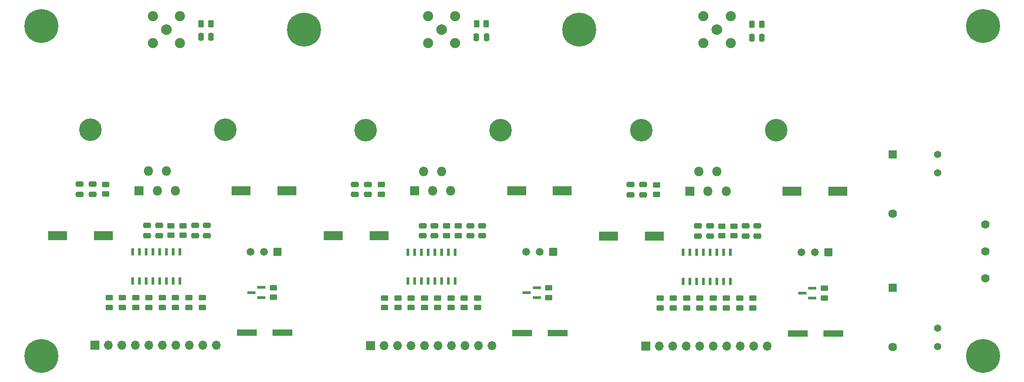
<source format=gts>
%TF.GenerationSoftware,KiCad,Pcbnew,8.0.2*%
%TF.CreationDate,2025-05-03T05:30:05-04:00*%
%TF.ProjectId,piezo_nanopositioner_v1,7069657a-6f5f-46e6-916e-6f706f736974,rev?*%
%TF.SameCoordinates,Original*%
%TF.FileFunction,Soldermask,Top*%
%TF.FilePolarity,Negative*%
%FSLAX46Y46*%
G04 Gerber Fmt 4.6, Leading zero omitted, Abs format (unit mm)*
G04 Created by KiCad (PCBNEW 8.0.2) date 2025-05-03 05:30:05*
%MOMM*%
%LPD*%
G01*
G04 APERTURE LIST*
G04 Aperture macros list*
%AMRoundRect*
0 Rectangle with rounded corners*
0 $1 Rounding radius*
0 $2 $3 $4 $5 $6 $7 $8 $9 X,Y pos of 4 corners*
0 Add a 4 corners polygon primitive as box body*
4,1,4,$2,$3,$4,$5,$6,$7,$8,$9,$2,$3,0*
0 Add four circle primitives for the rounded corners*
1,1,$1+$1,$2,$3*
1,1,$1+$1,$4,$5*
1,1,$1+$1,$6,$7*
1,1,$1+$1,$8,$9*
0 Add four rect primitives between the rounded corners*
20,1,$1+$1,$2,$3,$4,$5,0*
20,1,$1+$1,$4,$5,$6,$7,0*
20,1,$1+$1,$6,$7,$8,$9,0*
20,1,$1+$1,$8,$9,$2,$3,0*%
G04 Aperture macros list end*
%ADD10RoundRect,0.250000X0.450000X-0.262500X0.450000X0.262500X-0.450000X0.262500X-0.450000X-0.262500X0*%
%ADD11RoundRect,0.250000X0.475000X-0.250000X0.475000X0.250000X-0.475000X0.250000X-0.475000X-0.250000X0*%
%ADD12C,2.006600*%
%ADD13C,1.905000*%
%ADD14RoundRect,0.250000X-0.475000X0.250000X-0.475000X-0.250000X0.475000X-0.250000X0.475000X0.250000X0*%
%ADD15RoundRect,0.102000X0.634000X0.634000X-0.634000X0.634000X-0.634000X-0.634000X0.634000X-0.634000X0*%
%ADD16C,1.472000*%
%ADD17C,0.800000*%
%ADD18C,6.400000*%
%ADD19R,0.558800X1.447800*%
%ADD20R,1.500000X0.599999*%
%ADD21RoundRect,0.250000X-0.450000X0.262500X-0.450000X-0.262500X0.450000X-0.262500X0.450000X0.262500X0*%
%ADD22R,3.810000X1.168400*%
%ADD23R,3.606800X1.803400*%
%ADD24RoundRect,0.250000X0.250000X0.475000X-0.250000X0.475000X-0.250000X-0.475000X0.250000X-0.475000X0*%
%ADD25C,4.250000*%
%ADD26R,1.625600X1.625600*%
%ADD27C,1.625600*%
%ADD28R,1.700000X1.700000*%
%ADD29O,1.700000X1.700000*%
%ADD30C,1.371600*%
%ADD31C,1.600200*%
%ADD32RoundRect,0.250000X-0.262500X-0.450000X0.262500X-0.450000X0.262500X0.450000X-0.262500X0.450000X0*%
%ADD33R,1.800000X1.800000*%
%ADD34O,1.800000X1.800000*%
G04 APERTURE END LIST*
D10*
%TO.C,R203*%
X93020000Y-101590000D03*
X93020000Y-99765000D03*
%TD*%
D11*
%TO.C,C407*%
X188570000Y-80340000D03*
X188570000Y-78440000D03*
%TD*%
D12*
%TO.C,J402*%
X202458100Y-49190300D03*
D13*
X199905400Y-46637600D03*
X199905400Y-51743000D03*
X205010800Y-51743000D03*
X205010800Y-46637600D03*
%TD*%
D14*
%TO.C,C203*%
X95170000Y-86140000D03*
X95170000Y-88040000D03*
%TD*%
D12*
%TO.C,J202*%
X98758100Y-49190300D03*
D13*
X96205400Y-46637600D03*
X96205400Y-51743000D03*
X101310800Y-51743000D03*
X101310800Y-46637600D03*
%TD*%
D14*
%TO.C,C404*%
X207870000Y-86240000D03*
X207870000Y-88140000D03*
%TD*%
D15*
%TO.C,RV201*%
X119710000Y-91090000D03*
D16*
X117170000Y-91090000D03*
X114630000Y-91090000D03*
%TD*%
D14*
%TO.C,C403*%
X198870000Y-86240000D03*
X198870000Y-88140000D03*
%TD*%
D17*
%TO.C,H5*%
X122300000Y-49200000D03*
X123002944Y-47502944D03*
X123002944Y-50897056D03*
X124700000Y-46800000D03*
D18*
X124700000Y-49200000D03*
D17*
X124700000Y-51600000D03*
X126397056Y-47502944D03*
X126397056Y-50897056D03*
X127100000Y-49200000D03*
%TD*%
D10*
%TO.C,R402*%
X194220000Y-101690000D03*
X194220000Y-99865000D03*
%TD*%
%TO.C,R207*%
X103020000Y-101590000D03*
X103020000Y-99765000D03*
%TD*%
D15*
%TO.C,RV401*%
X223410000Y-91190000D03*
D16*
X220870000Y-91190000D03*
X218330000Y-91190000D03*
%TD*%
D19*
%TO.C,U202*%
X101290000Y-91129000D03*
X100020000Y-91129000D03*
X98750000Y-91129000D03*
X97480000Y-91129000D03*
X96210000Y-91129000D03*
X94940000Y-91129000D03*
X93670000Y-91129000D03*
X92400000Y-91129000D03*
X92400000Y-96590000D03*
X93670000Y-96590000D03*
X94940000Y-96590000D03*
X96210000Y-96590000D03*
X97480000Y-96590000D03*
X98750000Y-96590000D03*
X100020000Y-96590000D03*
X101290000Y-96590000D03*
%TD*%
D11*
%TO.C,C207*%
X84870000Y-80240000D03*
X84870000Y-78340000D03*
%TD*%
D20*
%TO.C,U401*%
X220370000Y-99839999D03*
X220370000Y-97940000D03*
X218470001Y-98889998D03*
%TD*%
D21*
%TO.C,R209*%
X118920001Y-97877498D03*
X118920001Y-99702498D03*
%TD*%
D10*
%TO.C,R302*%
X142370000Y-101640000D03*
X142370000Y-99815000D03*
%TD*%
D22*
%TO.C,C401*%
X217617200Y-106490000D03*
X224322800Y-106490000D03*
%TD*%
D11*
%TO.C,C408*%
X186120000Y-80340000D03*
X186120000Y-78440000D03*
%TD*%
D14*
%TO.C,C303*%
X147020000Y-86190000D03*
X147020000Y-88090000D03*
%TD*%
D10*
%TO.C,R407*%
X206720000Y-101690000D03*
X206720000Y-99865000D03*
%TD*%
D11*
%TO.C,C209*%
X106370000Y-88040000D03*
X106370000Y-86140000D03*
%TD*%
D15*
%TO.C,RV301*%
X171560000Y-91140000D03*
D16*
X169020000Y-91140000D03*
X166480000Y-91140000D03*
%TD*%
D10*
%TO.C,R308*%
X157370000Y-101640000D03*
X157370000Y-99815000D03*
%TD*%
%TO.C,R304*%
X147370000Y-101640000D03*
X147370000Y-99815000D03*
%TD*%
D23*
%TO.C,C306*%
X164714700Y-79640000D03*
X173325300Y-79640000D03*
%TD*%
D10*
%TO.C,R202*%
X90520000Y-101590000D03*
X90520000Y-99765000D03*
%TD*%
D24*
%TO.C,C410*%
X210908100Y-50690300D03*
X209008100Y-50690300D03*
%TD*%
%TO.C,C210*%
X107208100Y-50590300D03*
X105308100Y-50590300D03*
%TD*%
D11*
%TO.C,C202*%
X97420000Y-88040000D03*
X97420000Y-86140000D03*
%TD*%
D10*
%TO.C,R303*%
X144870000Y-101640000D03*
X144870000Y-99815000D03*
%TD*%
D17*
%TO.C,H1*%
X72850000Y-48500000D03*
X73552944Y-46802944D03*
X73552944Y-50197056D03*
X75250000Y-46100000D03*
D18*
X75250000Y-48500000D03*
D17*
X75250000Y-50900000D03*
X76947056Y-46802944D03*
X76947056Y-50197056D03*
X77650000Y-48500000D03*
%TD*%
D10*
%TO.C,R312*%
X139220000Y-80252500D03*
X139220000Y-78427500D03*
%TD*%
%TO.C,R401*%
X191720000Y-101690000D03*
X191720000Y-99865000D03*
%TD*%
%TO.C,R301*%
X139870000Y-101640000D03*
X139870000Y-99815000D03*
%TD*%
D25*
%TO.C,Heatsink*%
X188170000Y-68190000D03*
X213570000Y-68190000D03*
%TD*%
D26*
%TO.C,D101*%
X235500000Y-72750000D03*
D27*
X235500000Y-83926000D03*
%TD*%
D28*
%TO.C,J401*%
X189045000Y-108865000D03*
D29*
X191585000Y-108865000D03*
X194125000Y-108865000D03*
X196665000Y-108865000D03*
X199205000Y-108865000D03*
X201745000Y-108865000D03*
X204285000Y-108865000D03*
X206825000Y-108865000D03*
X209365000Y-108865000D03*
X211905000Y-108865000D03*
%TD*%
D17*
%TO.C,H3*%
X250100000Y-110750000D03*
X250802944Y-109052944D03*
X250802944Y-112447056D03*
X252500000Y-108350000D03*
D18*
X252500000Y-110750000D03*
D17*
X252500000Y-113150000D03*
X254197056Y-109052944D03*
X254197056Y-112447056D03*
X254900000Y-110750000D03*
%TD*%
D25*
%TO.C,Heatsink*%
X84470000Y-68090000D03*
X109870000Y-68090000D03*
%TD*%
D11*
%TO.C,C309*%
X158220000Y-88090000D03*
X158220000Y-86190000D03*
%TD*%
D17*
%TO.C,H2*%
X72850000Y-110750000D03*
X73552944Y-109052944D03*
X73552944Y-112447056D03*
X75250000Y-108350000D03*
D18*
X75250000Y-110750000D03*
D17*
X75250000Y-113150000D03*
X76947056Y-109052944D03*
X76947056Y-112447056D03*
X77650000Y-110750000D03*
%TD*%
D10*
%TO.C,R405*%
X201720000Y-101690000D03*
X201720000Y-99865000D03*
%TD*%
%TO.C,R212*%
X87370000Y-80202500D03*
X87370000Y-78377500D03*
%TD*%
D20*
%TO.C,U301*%
X168520000Y-99789999D03*
X168520000Y-97890000D03*
X166620001Y-98839998D03*
%TD*%
D28*
%TO.C,J201*%
X85345000Y-108765000D03*
D29*
X87885000Y-108765000D03*
X90425000Y-108765000D03*
X92965000Y-108765000D03*
X95505000Y-108765000D03*
X98045000Y-108765000D03*
X100585000Y-108765000D03*
X103125000Y-108765000D03*
X105665000Y-108765000D03*
X108205000Y-108765000D03*
%TD*%
D22*
%TO.C,C301*%
X165767200Y-106440000D03*
X172472800Y-106440000D03*
%TD*%
D28*
%TO.C,J301*%
X137195000Y-108815000D03*
D29*
X139735000Y-108815000D03*
X142275000Y-108815000D03*
X144815000Y-108815000D03*
X147355000Y-108815000D03*
X149895000Y-108815000D03*
X152435000Y-108815000D03*
X154975000Y-108815000D03*
X157515000Y-108815000D03*
X160055000Y-108815000D03*
%TD*%
D10*
%TO.C,R307*%
X154870000Y-101640000D03*
X154870000Y-99815000D03*
%TD*%
D23*
%TO.C,C206*%
X112864700Y-79590000D03*
X121475300Y-79590000D03*
%TD*%
D11*
%TO.C,C308*%
X134270000Y-80290000D03*
X134270000Y-78390000D03*
%TD*%
D26*
%TO.C,D102*%
X235500000Y-97860500D03*
D27*
X235500000Y-109036500D03*
%TD*%
D10*
%TO.C,R404*%
X199220000Y-101690000D03*
X199220000Y-99865000D03*
%TD*%
D25*
%TO.C,Heatsink*%
X136320000Y-68140000D03*
X161720000Y-68140000D03*
%TD*%
D19*
%TO.C,U402*%
X204990000Y-91229000D03*
X203720000Y-91229000D03*
X202450000Y-91229000D03*
X201180000Y-91229000D03*
X199910000Y-91229000D03*
X198640000Y-91229000D03*
X197370000Y-91229000D03*
X196100000Y-91229000D03*
X196100000Y-96690000D03*
X197370000Y-96690000D03*
X198640000Y-96690000D03*
X199910000Y-96690000D03*
X201180000Y-96690000D03*
X202450000Y-96690000D03*
X203720000Y-96690000D03*
X204990000Y-96690000D03*
%TD*%
D22*
%TO.C,C201*%
X113917200Y-106390000D03*
X120622800Y-106390000D03*
%TD*%
D10*
%TO.C,R204*%
X95520000Y-101590000D03*
X95520000Y-99765000D03*
%TD*%
D30*
%TO.C,C101*%
X244000000Y-72750000D03*
X244000000Y-76250001D03*
%TD*%
D10*
%TO.C,R306*%
X152370000Y-101640000D03*
X152370000Y-99815000D03*
%TD*%
%TO.C,R403*%
X196720000Y-101690000D03*
X196720000Y-99865000D03*
%TD*%
D11*
%TO.C,C208*%
X82420000Y-80240000D03*
X82420000Y-78340000D03*
%TD*%
D31*
%TO.C,J101*%
X253000000Y-85920000D03*
X253000000Y-91000000D03*
X253000000Y-96080000D03*
%TD*%
D10*
%TO.C,R201*%
X88020000Y-101590000D03*
X88020000Y-99765000D03*
%TD*%
D21*
%TO.C,R309*%
X170770001Y-97927498D03*
X170770001Y-99752498D03*
%TD*%
D30*
%TO.C,C102*%
X244000000Y-105499999D03*
X244000000Y-109000000D03*
%TD*%
D20*
%TO.C,U201*%
X116670000Y-99739999D03*
X116670000Y-97840000D03*
X114770001Y-98789998D03*
%TD*%
D10*
%TO.C,R406*%
X204220000Y-101690000D03*
X204220000Y-99865000D03*
%TD*%
D11*
%TO.C,C402*%
X201120000Y-88140000D03*
X201120000Y-86240000D03*
%TD*%
D10*
%TO.C,R408*%
X209220000Y-101690000D03*
X209220000Y-99865000D03*
%TD*%
D11*
%TO.C,C307*%
X136720000Y-80290000D03*
X136720000Y-78390000D03*
%TD*%
D32*
%TO.C,R313*%
X157195600Y-48140300D03*
X159020600Y-48140300D03*
%TD*%
D17*
%TO.C,H6*%
X174100000Y-49200000D03*
X174802944Y-47502944D03*
X174802944Y-50897056D03*
X176500000Y-46800000D03*
D18*
X176500000Y-49200000D03*
D17*
X176500000Y-51600000D03*
X178197056Y-47502944D03*
X178197056Y-50897056D03*
X178900000Y-49200000D03*
%TD*%
D10*
%TO.C,R410*%
X203370000Y-88102500D03*
X203370000Y-86277500D03*
%TD*%
%TO.C,R206*%
X100520000Y-101590000D03*
X100520000Y-99765000D03*
%TD*%
D21*
%TO.C,R409*%
X222620001Y-97977498D03*
X222620001Y-99802498D03*
%TD*%
D10*
%TO.C,R305*%
X149870000Y-101640000D03*
X149870000Y-99815000D03*
%TD*%
D33*
%TO.C,U203*%
X93658100Y-79590300D03*
D34*
X95358100Y-75890300D03*
X97058100Y-79590300D03*
X98758100Y-75890300D03*
X100458100Y-79590300D03*
%TD*%
D19*
%TO.C,U302*%
X153140000Y-91179000D03*
X151870000Y-91179000D03*
X150600000Y-91179000D03*
X149330000Y-91179000D03*
X148060000Y-91179000D03*
X146790000Y-91179000D03*
X145520000Y-91179000D03*
X144250000Y-91179000D03*
X144250000Y-96640000D03*
X145520000Y-96640000D03*
X146790000Y-96640000D03*
X148060000Y-96640000D03*
X149330000Y-96640000D03*
X150600000Y-96640000D03*
X151870000Y-96640000D03*
X153140000Y-96640000D03*
%TD*%
D23*
%TO.C,C405*%
X190644050Y-88140000D03*
X182033450Y-88140000D03*
%TD*%
D32*
%TO.C,R413*%
X209045600Y-48190300D03*
X210870600Y-48190300D03*
%TD*%
D10*
%TO.C,R311*%
X153770000Y-88052500D03*
X153770000Y-86227500D03*
%TD*%
D24*
%TO.C,C310*%
X159058100Y-50640300D03*
X157158100Y-50640300D03*
%TD*%
D10*
%TO.C,R208*%
X105520000Y-101590000D03*
X105520000Y-99765000D03*
%TD*%
D17*
%TO.C,H4*%
X250100000Y-48500000D03*
X250802944Y-46802944D03*
X250802944Y-50197056D03*
X252500000Y-46100000D03*
D18*
X252500000Y-48500000D03*
D17*
X252500000Y-50900000D03*
X254197056Y-46802944D03*
X254197056Y-50197056D03*
X254900000Y-48500000D03*
%TD*%
D33*
%TO.C,U403*%
X197358100Y-79690300D03*
D34*
X199058100Y-75990300D03*
X200758100Y-79690300D03*
X202458100Y-75990300D03*
X204158100Y-79690300D03*
%TD*%
D14*
%TO.C,C304*%
X156020000Y-86190000D03*
X156020000Y-88090000D03*
%TD*%
D10*
%TO.C,R211*%
X101920000Y-88002500D03*
X101920000Y-86177500D03*
%TD*%
D14*
%TO.C,C204*%
X104170000Y-86140000D03*
X104170000Y-88040000D03*
%TD*%
D12*
%TO.C,J302*%
X150608100Y-49190300D03*
D13*
X148055400Y-46637600D03*
X148055400Y-51743000D03*
X153160800Y-51743000D03*
X153160800Y-46637600D03*
%TD*%
D10*
%TO.C,R210*%
X99670000Y-88002500D03*
X99670000Y-86177500D03*
%TD*%
D11*
%TO.C,C409*%
X210070000Y-88140000D03*
X210070000Y-86240000D03*
%TD*%
D33*
%TO.C,U303*%
X145508100Y-79640300D03*
D34*
X147208100Y-75940300D03*
X148908100Y-79640300D03*
X150608100Y-75940300D03*
X152308100Y-79640300D03*
%TD*%
D10*
%TO.C,R310*%
X151520000Y-88052500D03*
X151520000Y-86227500D03*
%TD*%
D32*
%TO.C,R213*%
X105345600Y-48090300D03*
X107170600Y-48090300D03*
%TD*%
D10*
%TO.C,R205*%
X98020000Y-101590000D03*
X98020000Y-99765000D03*
%TD*%
D11*
%TO.C,C302*%
X149270000Y-88090000D03*
X149270000Y-86190000D03*
%TD*%
D23*
%TO.C,C305*%
X138794050Y-88090000D03*
X130183450Y-88090000D03*
%TD*%
D10*
%TO.C,R411*%
X205620000Y-88102500D03*
X205620000Y-86277500D03*
%TD*%
D23*
%TO.C,C406*%
X216564700Y-79690000D03*
X225175300Y-79690000D03*
%TD*%
%TO.C,C205*%
X86944050Y-88040000D03*
X78333450Y-88040000D03*
%TD*%
D10*
%TO.C,R412*%
X191070000Y-80302500D03*
X191070000Y-78477500D03*
%TD*%
M02*

</source>
